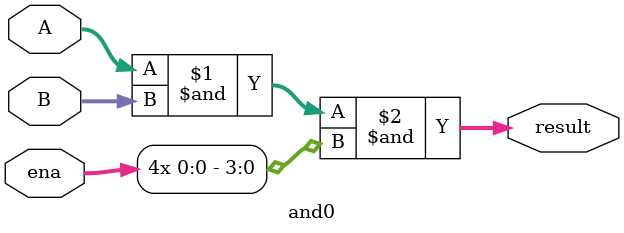
<source format=v>
module and0(
    input [3:0] A,
    input [3:0] B,
    input 		ena,

    output [3:0] result
);

assign result = (A & B) & {4{ena}};

endmodule
</source>
